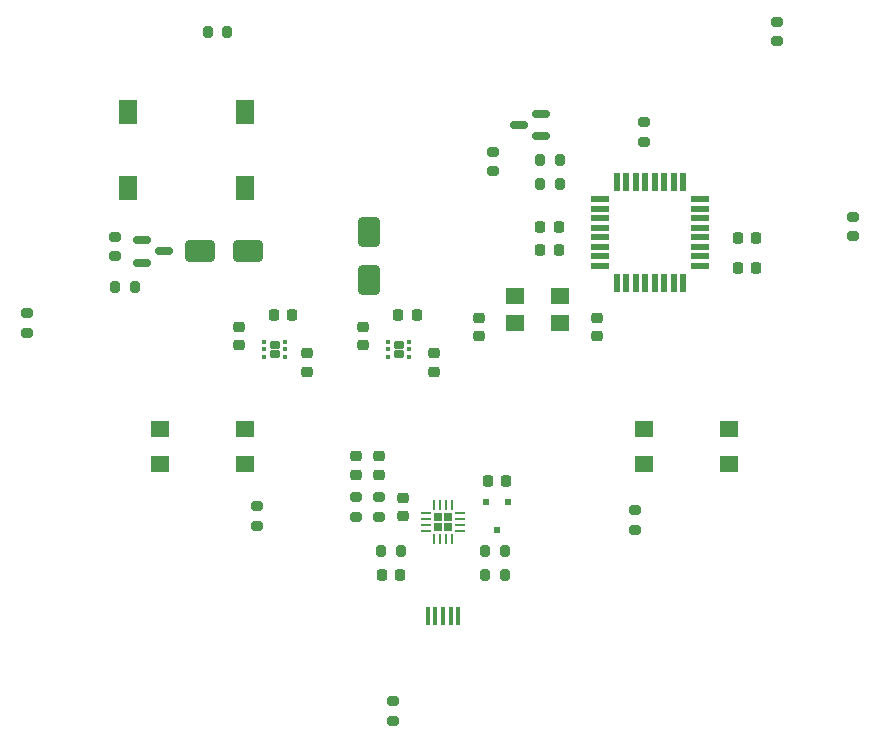
<source format=gtp>
%TF.GenerationSoftware,KiCad,Pcbnew,(7.0.0)*%
%TF.CreationDate,2023-05-16T07:50:31+02:00*%
%TF.ProjectId,MamaGeburtstag2023,4d616d61-4765-4627-9572-747374616732,rev?*%
%TF.SameCoordinates,Original*%
%TF.FileFunction,Paste,Top*%
%TF.FilePolarity,Positive*%
%FSLAX46Y46*%
G04 Gerber Fmt 4.6, Leading zero omitted, Abs format (unit mm)*
G04 Created by KiCad (PCBNEW (7.0.0)) date 2023-05-16 07:50:31*
%MOMM*%
%LPD*%
G01*
G04 APERTURE LIST*
G04 Aperture macros list*
%AMRoundRect*
0 Rectangle with rounded corners*
0 $1 Rounding radius*
0 $2 $3 $4 $5 $6 $7 $8 $9 X,Y pos of 4 corners*
0 Add a 4 corners polygon primitive as box body*
4,1,4,$2,$3,$4,$5,$6,$7,$8,$9,$2,$3,0*
0 Add four circle primitives for the rounded corners*
1,1,$1+$1,$2,$3*
1,1,$1+$1,$4,$5*
1,1,$1+$1,$6,$7*
1,1,$1+$1,$8,$9*
0 Add four rect primitives between the rounded corners*
20,1,$1+$1,$2,$3,$4,$5,0*
20,1,$1+$1,$4,$5,$6,$7,0*
20,1,$1+$1,$6,$7,$8,$9,0*
20,1,$1+$1,$8,$9,$2,$3,0*%
G04 Aperture macros list end*
%ADD10RoundRect,0.225000X0.225000X0.250000X-0.225000X0.250000X-0.225000X-0.250000X0.225000X-0.250000X0*%
%ADD11RoundRect,0.225000X-0.250000X0.225000X-0.250000X-0.225000X0.250000X-0.225000X0.250000X0.225000X0*%
%ADD12RoundRect,0.225000X0.250000X-0.225000X0.250000X0.225000X-0.250000X0.225000X-0.250000X-0.225000X0*%
%ADD13RoundRect,0.218750X-0.256250X0.218750X-0.256250X-0.218750X0.256250X-0.218750X0.256250X0.218750X0*%
%ADD14RoundRect,0.200000X0.275000X-0.200000X0.275000X0.200000X-0.275000X0.200000X-0.275000X-0.200000X0*%
%ADD15RoundRect,0.200000X0.200000X0.275000X-0.200000X0.275000X-0.200000X-0.275000X0.200000X-0.275000X0*%
%ADD16R,1.600000X1.400000*%
%ADD17RoundRect,0.172500X0.262500X0.172500X-0.262500X0.172500X-0.262500X-0.172500X0.262500X-0.172500X0*%
%ADD18RoundRect,0.093750X0.093750X0.106250X-0.093750X0.106250X-0.093750X-0.106250X0.093750X-0.106250X0*%
%ADD19RoundRect,0.200000X-0.275000X0.200000X-0.275000X-0.200000X0.275000X-0.200000X0.275000X0.200000X0*%
%ADD20R,1.500000X2.000000*%
%ADD21RoundRect,0.182500X0.182500X0.182500X-0.182500X0.182500X-0.182500X-0.182500X0.182500X-0.182500X0*%
%ADD22RoundRect,0.062500X0.350000X0.062500X-0.350000X0.062500X-0.350000X-0.062500X0.350000X-0.062500X0*%
%ADD23RoundRect,0.062500X0.062500X0.350000X-0.062500X0.350000X-0.062500X-0.350000X0.062500X-0.350000X0*%
%ADD24RoundRect,0.150000X-0.587500X-0.150000X0.587500X-0.150000X0.587500X0.150000X-0.587500X0.150000X0*%
%ADD25RoundRect,0.250000X-0.650000X1.000000X-0.650000X-1.000000X0.650000X-1.000000X0.650000X1.000000X0*%
%ADD26RoundRect,0.250000X1.000000X0.650000X-1.000000X0.650000X-1.000000X-0.650000X1.000000X-0.650000X0*%
%ADD27R,1.600000X0.550000*%
%ADD28R,0.550000X1.600000*%
%ADD29RoundRect,0.200000X-0.200000X-0.275000X0.200000X-0.275000X0.200000X0.275000X-0.200000X0.275000X0*%
%ADD30RoundRect,0.225000X-0.225000X-0.250000X0.225000X-0.250000X0.225000X0.250000X-0.225000X0.250000X0*%
%ADD31R,0.620000X0.575000*%
%ADD32RoundRect,0.150000X0.587500X0.150000X-0.587500X0.150000X-0.587500X-0.150000X0.587500X-0.150000X0*%
%ADD33R,0.450000X1.500000*%
G04 APERTURE END LIST*
D10*
%TO.C,C207*%
X145525000Y-116000000D03*
X143975000Y-116000000D03*
%TD*%
D11*
%TO.C,C302*%
X130500000Y-116975000D03*
X130500000Y-118525000D03*
%TD*%
D10*
%TO.C,C303*%
X135000000Y-116000000D03*
X133450000Y-116000000D03*
%TD*%
D11*
%TO.C,C208*%
X147000000Y-119225000D03*
X147000000Y-120775000D03*
%TD*%
D12*
%TO.C,C205*%
X150775000Y-117775000D03*
X150775000Y-116225000D03*
%TD*%
D13*
%TO.C,D101*%
X142350000Y-127937500D03*
X142350000Y-129512500D03*
%TD*%
D14*
%TO.C,R303*%
X112500000Y-117500000D03*
X112500000Y-115850000D03*
%TD*%
D15*
%TO.C,R102*%
X153000000Y-138000000D03*
X151350000Y-138000000D03*
%TD*%
D16*
%TO.C,Y202*%
X157674999Y-114349999D03*
X153874999Y-114349999D03*
X153874999Y-116649999D03*
X157674999Y-116649999D03*
%TD*%
D10*
%TO.C,C101*%
X144125000Y-138000000D03*
X142575000Y-138000000D03*
%TD*%
D14*
%TO.C,R304*%
X132000000Y-133825000D03*
X132000000Y-132175000D03*
%TD*%
%TO.C,R204*%
X120025000Y-111025000D03*
X120025000Y-109375000D03*
%TD*%
D17*
%TO.C,U202*%
X144000000Y-119300000D03*
X144000000Y-118500000D03*
D18*
X144887500Y-119550000D03*
X144887500Y-118900000D03*
X144887500Y-118250000D03*
X143112500Y-118250000D03*
X143112500Y-118900000D03*
X143112500Y-119550000D03*
%TD*%
D19*
%TO.C,R305*%
X143500000Y-148675000D03*
X143500000Y-150325000D03*
%TD*%
D20*
%TO.C,LS201*%
X130974999Y-105199999D03*
X121074999Y-105199999D03*
X121074999Y-98799999D03*
X130974999Y-98799999D03*
%TD*%
D21*
%TO.C,U102*%
X148170000Y-133920000D03*
X148170000Y-133080000D03*
X147330000Y-133920000D03*
X147330000Y-133080000D03*
D22*
X149212500Y-134250000D03*
X149212500Y-133750000D03*
X149212500Y-133250000D03*
X149212500Y-132750000D03*
D23*
X148500000Y-132037500D03*
X148000000Y-132037500D03*
X147500000Y-132037500D03*
X147000000Y-132037500D03*
D22*
X146287500Y-132750000D03*
X146287500Y-133250000D03*
X146287500Y-133750000D03*
X146287500Y-134250000D03*
D23*
X147000000Y-134962500D03*
X147500000Y-134962500D03*
X148000000Y-134962500D03*
X148500000Y-134962500D03*
%TD*%
D11*
%TO.C,C206*%
X141000000Y-116975000D03*
X141000000Y-118525000D03*
%TD*%
D24*
%TO.C,Q201*%
X122287500Y-109650000D03*
X122287500Y-111550000D03*
X124162500Y-110600000D03*
%TD*%
D19*
%TO.C,R307*%
X182500000Y-107675000D03*
X182500000Y-109325000D03*
%TD*%
D15*
%TO.C,R302*%
X129500000Y-92000000D03*
X127850000Y-92000000D03*
%TD*%
D25*
%TO.C,D201*%
X141500000Y-109000000D03*
X141500000Y-113000000D03*
%TD*%
D14*
%TO.C,R306*%
X164000000Y-134170000D03*
X164000000Y-132520000D03*
%TD*%
D15*
%TO.C,R205*%
X121650000Y-113600000D03*
X120000000Y-113600000D03*
%TD*%
D14*
%TO.C,R301*%
X152000000Y-103825000D03*
X152000000Y-102175000D03*
%TD*%
D16*
%TO.C,SW203*%
X123809999Y-125599999D03*
X131009999Y-125599999D03*
X123809999Y-128599999D03*
X131009999Y-128599999D03*
%TD*%
D26*
%TO.C,D202*%
X131225000Y-110600000D03*
X127225000Y-110600000D03*
%TD*%
D15*
%TO.C,R202*%
X157625000Y-104900000D03*
X155975000Y-104900000D03*
%TD*%
D27*
%TO.C,U201*%
X161024999Y-106199999D03*
X161024999Y-106999999D03*
X161024999Y-107799999D03*
X161024999Y-108599999D03*
X161024999Y-109399999D03*
X161024999Y-110199999D03*
X161024999Y-110999999D03*
X161024999Y-111799999D03*
D28*
X162474999Y-113249999D03*
X163274999Y-113249999D03*
X164074999Y-113249999D03*
X164874999Y-113249999D03*
X165674999Y-113249999D03*
X166474999Y-113249999D03*
X167274999Y-113249999D03*
X168074999Y-113249999D03*
D27*
X169524999Y-111799999D03*
X169524999Y-110999999D03*
X169524999Y-110199999D03*
X169524999Y-109399999D03*
X169524999Y-108599999D03*
X169524999Y-107799999D03*
X169524999Y-106999999D03*
X169524999Y-106199999D03*
D28*
X168074999Y-104749999D03*
X167274999Y-104749999D03*
X166474999Y-104749999D03*
X165674999Y-104749999D03*
X164874999Y-104749999D03*
X164074999Y-104749999D03*
X163274999Y-104749999D03*
X162474999Y-104749999D03*
%TD*%
D15*
%TO.C,R103*%
X153000000Y-136000000D03*
X151350000Y-136000000D03*
%TD*%
D14*
%TO.C,R105*%
X140350000Y-133050000D03*
X140350000Y-131400000D03*
%TD*%
D29*
%TO.C,R101*%
X142525000Y-136000000D03*
X144175000Y-136000000D03*
%TD*%
D10*
%TO.C,C209*%
X157550000Y-110500000D03*
X156000000Y-110500000D03*
%TD*%
D14*
%TO.C,R201*%
X164775000Y-101325000D03*
X164775000Y-99675000D03*
%TD*%
D17*
%TO.C,U301*%
X133500000Y-119300000D03*
X133500000Y-118500000D03*
D18*
X134387500Y-119550000D03*
X134387500Y-118900000D03*
X134387500Y-118250000D03*
X132612500Y-118250000D03*
X132612500Y-118900000D03*
X132612500Y-119550000D03*
%TD*%
D30*
%TO.C,C203*%
X172725000Y-109500000D03*
X174275000Y-109500000D03*
%TD*%
%TO.C,C103*%
X151575000Y-130000000D03*
X153125000Y-130000000D03*
%TD*%
D16*
%TO.C,SW202*%
X164799999Y-125599999D03*
X171999999Y-125599999D03*
X164799999Y-128599999D03*
X171999999Y-128599999D03*
%TD*%
D12*
%TO.C,C102*%
X144350000Y-133000000D03*
X144350000Y-131450000D03*
%TD*%
D31*
%TO.C,Q101*%
X153299999Y-131811999D03*
X151399999Y-131811999D03*
X152349999Y-134187999D03*
%TD*%
D30*
%TO.C,C202*%
X172725000Y-112000000D03*
X174275000Y-112000000D03*
%TD*%
D11*
%TO.C,C301*%
X136250000Y-119225000D03*
X136250000Y-120775000D03*
%TD*%
D14*
%TO.C,R308*%
X176000000Y-92825000D03*
X176000000Y-91175000D03*
%TD*%
D15*
%TO.C,R203*%
X157625000Y-102900000D03*
X155975000Y-102900000D03*
%TD*%
D32*
%TO.C,Q301*%
X156037500Y-100850000D03*
X156037500Y-98950000D03*
X154162500Y-99900000D03*
%TD*%
D13*
%TO.C,D102*%
X140350000Y-127937500D03*
X140350000Y-129512500D03*
%TD*%
D10*
%TO.C,C201*%
X157550000Y-108500000D03*
X156000000Y-108500000D03*
%TD*%
D14*
%TO.C,R104*%
X142350000Y-133050000D03*
X142350000Y-131400000D03*
%TD*%
D11*
%TO.C,C204*%
X160775000Y-116225000D03*
X160775000Y-117775000D03*
%TD*%
D33*
%TO.C,J101*%
X146449999Y-141499999D03*
X147099999Y-141499999D03*
X147749999Y-141499999D03*
X148399999Y-141499999D03*
X149049999Y-141499999D03*
%TD*%
M02*

</source>
